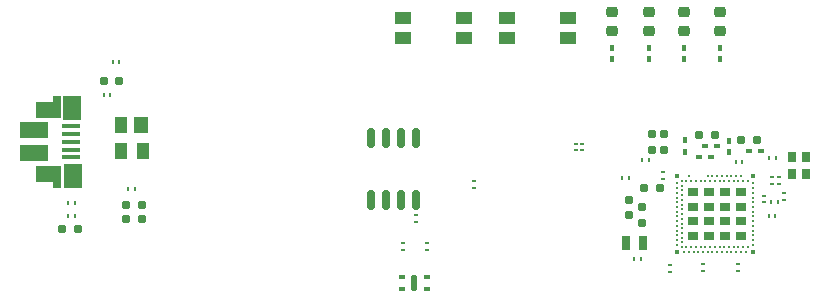
<source format=gbr>
%TF.GenerationSoftware,KiCad,Pcbnew,(6.0.0)*%
%TF.CreationDate,2022-01-14T16:11:58-08:00*%
%TF.ProjectId,nrf5340_qkaa_rev1_sensor,6e726635-3334-4305-9f71-6b61615f7265,rev?*%
%TF.SameCoordinates,Original*%
%TF.FileFunction,Paste,Top*%
%TF.FilePolarity,Positive*%
%FSLAX46Y46*%
G04 Gerber Fmt 4.6, Leading zero omitted, Abs format (unit mm)*
G04 Created by KiCad (PCBNEW (6.0.0)) date 2022-01-14 16:11:58*
%MOMM*%
%LPD*%
G01*
G04 APERTURE LIST*
G04 Aperture macros list*
%AMRoundRect*
0 Rectangle with rounded corners*
0 $1 Rounding radius*
0 $2 $3 $4 $5 $6 $7 $8 $9 X,Y pos of 4 corners*
0 Add a 4 corners polygon primitive as box body*
4,1,4,$2,$3,$4,$5,$6,$7,$8,$9,$2,$3,0*
0 Add four circle primitives for the rounded corners*
1,1,$1+$1,$2,$3*
1,1,$1+$1,$4,$5*
1,1,$1+$1,$6,$7*
1,1,$1+$1,$8,$9*
0 Add four rect primitives between the rounded corners*
20,1,$1+$1,$2,$3,$4,$5,0*
20,1,$1+$1,$4,$5,$6,$7,0*
20,1,$1+$1,$6,$7,$8,$9,0*
20,1,$1+$1,$8,$9,$2,$3,0*%
%AMFreePoly0*
4,1,6,0.425000,-0.375000,-0.425000,-0.375000,-0.425000,0.271446,-0.321446,0.375000,0.425000,0.375000,0.425000,-0.375000,0.425000,-0.375000,$1*%
G04 Aperture macros list end*
%ADD10RoundRect,0.004000X-0.096000X0.081000X-0.096000X-0.081000X0.096000X-0.081000X0.096000X0.081000X0*%
%ADD11RoundRect,0.100000X0.250000X-0.225000X0.250000X0.225000X-0.250000X0.225000X-0.250000X-0.225000X0*%
%ADD12RoundRect,0.100000X-0.225000X-0.250000X0.225000X-0.250000X0.225000X0.250000X-0.225000X0.250000X0*%
%ADD13RoundRect,0.050000X-0.150000X0.200000X-0.150000X-0.200000X0.150000X-0.200000X0.150000X0.200000X0*%
%ADD14RoundRect,0.004000X0.081000X0.096000X-0.081000X0.096000X-0.081000X-0.096000X0.081000X-0.096000X0*%
%ADD15RoundRect,0.050000X0.150000X-0.200000X0.150000X0.200000X-0.150000X0.200000X-0.150000X-0.200000X0*%
%ADD16R,0.650000X1.300000*%
%ADD17RoundRect,0.218750X-0.256250X0.218750X-0.256250X-0.218750X0.256250X-0.218750X0.256250X0.218750X0*%
%ADD18RoundRect,0.004000X0.096000X-0.081000X0.096000X0.081000X-0.096000X0.081000X-0.096000X-0.081000X0*%
%ADD19RoundRect,0.100000X-0.250000X0.225000X-0.250000X-0.225000X0.250000X-0.225000X0.250000X0.225000X0*%
%ADD20R,1.200000X1.400000*%
%ADD21R,1.000000X1.400000*%
%ADD22R,0.750000X0.850000*%
%ADD23RoundRect,0.050000X0.200000X0.150000X-0.200000X0.150000X-0.200000X-0.150000X0.200000X-0.150000X0*%
%ADD24RoundRect,0.004000X-0.081000X-0.096000X0.081000X-0.096000X0.081000X0.096000X-0.081000X0.096000X0*%
%ADD25RoundRect,0.100000X0.225000X0.250000X-0.225000X0.250000X-0.225000X-0.250000X0.225000X-0.250000X0*%
%ADD26RoundRect,0.150000X-0.150000X0.675000X-0.150000X-0.675000X0.150000X-0.675000X0.150000X0.675000X0*%
%ADD27R,1.450000X1.000000*%
%ADD28RoundRect,0.087500X0.187500X0.087500X-0.187500X0.087500X-0.187500X-0.087500X0.187500X-0.087500X0*%
%ADD29RoundRect,0.125000X-0.125000X-0.575000X0.125000X-0.575000X0.125000X0.575000X-0.125000X0.575000X0*%
%ADD30RoundRect,0.087500X-0.187500X-0.087500X0.187500X-0.087500X0.187500X0.087500X-0.187500X0.087500X0*%
%ADD31C,0.425000*%
%ADD32C,0.250000*%
%ADD33R,0.850000X0.750000*%
%ADD34FreePoly0,0.000000*%
%ADD35R,1.650000X0.400000*%
%ADD36R,2.400000X1.430000*%
%ADD37R,0.700000X1.825000*%
%ADD38R,2.000000X1.350000*%
%ADD39R,1.500000X2.000000*%
G04 APERTURE END LIST*
D10*
%TO.C,R2*%
X72700000Y-76035000D03*
X72700000Y-76605000D03*
%TD*%
%TO.C,C19*%
X73770000Y-73715000D03*
X73770000Y-74285000D03*
%TD*%
%TO.C,C10*%
X95300000Y-77905000D03*
X95300000Y-78475000D03*
%TD*%
D11*
%TO.C,C17*%
X93750000Y-68175000D03*
X93750000Y-66825000D03*
%TD*%
D10*
%TO.C,C12*%
X101100000Y-77865000D03*
X101100000Y-78435000D03*
%TD*%
D12*
%TO.C,FB1*%
X47340000Y-62350000D03*
X48690000Y-62350000D03*
%TD*%
D13*
%TO.C,R6*%
X99500000Y-59500000D03*
X99500000Y-60500000D03*
%TD*%
D12*
%TO.C,FB2*%
X49215000Y-74050000D03*
X50565000Y-74050000D03*
%TD*%
D14*
%TO.C,C9*%
X92865000Y-77380000D03*
X92295000Y-77380000D03*
%TD*%
D15*
%TO.C,C20*%
X96600000Y-68300000D03*
X96600000Y-67300000D03*
%TD*%
D16*
%TO.C,X2*%
X93035001Y-76029998D03*
X91585001Y-76029998D03*
%TD*%
D10*
%TO.C,C14*%
X103920000Y-70495000D03*
X103920000Y-71065000D03*
%TD*%
D17*
%TO.C,D3*%
X96500000Y-56482500D03*
X96500000Y-58057500D03*
%TD*%
D18*
%TO.C,C2*%
X104990000Y-72375000D03*
X104990000Y-71805000D03*
%TD*%
D17*
%TO.C,D2*%
X99500000Y-56482500D03*
X99500000Y-58057500D03*
%TD*%
D14*
%TO.C,C32*%
X48691500Y-60725000D03*
X48121500Y-60725000D03*
%TD*%
%TO.C,C30*%
X44925000Y-73750000D03*
X44355000Y-73750000D03*
%TD*%
D19*
%TO.C,L4*%
X91840000Y-72365000D03*
X91840000Y-73715000D03*
%TD*%
D10*
%TO.C,R54*%
X87880000Y-67628479D03*
X87880000Y-68198479D03*
%TD*%
D20*
%TO.C,D1*%
X50535000Y-66050000D03*
D21*
X48815000Y-66050000D03*
X48815000Y-68250000D03*
X50715000Y-68250000D03*
%TD*%
D22*
%TO.C,X1*%
X106795000Y-70200000D03*
X105645000Y-70200000D03*
X105645000Y-68800000D03*
X106795000Y-68800000D03*
%TD*%
D23*
%TO.C,C3*%
X103010000Y-68260000D03*
X102010000Y-68260000D03*
%TD*%
D24*
%TO.C,C15*%
X103705000Y-68840000D03*
X104275000Y-68840000D03*
%TD*%
D25*
%TO.C,L3*%
X99085000Y-66890000D03*
X97735000Y-66890000D03*
%TD*%
D14*
%TO.C,R55*%
X44925000Y-72700000D03*
X44355000Y-72700000D03*
%TD*%
D13*
%TO.C,R8*%
X93500000Y-59500000D03*
X93500000Y-60500000D03*
%TD*%
D15*
%TO.C,C16*%
X100300000Y-68375000D03*
X100300000Y-67375000D03*
%TD*%
D24*
%TO.C,C31*%
X49455000Y-71475000D03*
X50025000Y-71475000D03*
%TD*%
D25*
%TO.C,FB3*%
X45165000Y-74850000D03*
X43815000Y-74850000D03*
%TD*%
D26*
%TO.C,U2*%
X73770000Y-67120000D03*
X72500000Y-67120000D03*
X71230000Y-67120000D03*
X69960000Y-67120000D03*
X69960000Y-72370000D03*
X71230000Y-72370000D03*
X72500000Y-72370000D03*
X73770000Y-72370000D03*
%TD*%
D10*
%TO.C,R3*%
X74700000Y-76035000D03*
X74700000Y-76605000D03*
%TD*%
D25*
%TO.C,L2*%
X102675000Y-67310000D03*
X101325000Y-67310000D03*
%TD*%
D10*
%TO.C,C11*%
X98110000Y-77865000D03*
X98110000Y-78435000D03*
%TD*%
D11*
%TO.C,C18*%
X94825000Y-68175000D03*
X94825000Y-66825000D03*
%TD*%
D12*
%TO.C,C34*%
X49215000Y-72825000D03*
X50565000Y-72825000D03*
%TD*%
D25*
%TO.C,C22*%
X94450000Y-71410000D03*
X93100000Y-71410000D03*
%TD*%
D27*
%TO.C,SW1*%
X81525000Y-56990000D03*
X86675000Y-56990000D03*
X86675000Y-58690000D03*
X81525000Y-58690000D03*
%TD*%
D17*
%TO.C,D5*%
X90430000Y-56482500D03*
X90430000Y-58057500D03*
%TD*%
D18*
%TO.C,C1*%
X103250000Y-72600000D03*
X103250000Y-72030000D03*
%TD*%
D28*
%TO.C,U4*%
X74695000Y-78900000D03*
X74695000Y-79900000D03*
D29*
X73670000Y-79400000D03*
D30*
X72645000Y-78900000D03*
X72645000Y-79900000D03*
%TD*%
D23*
%TO.C,C7*%
X98800000Y-68770000D03*
X97800000Y-68770000D03*
%TD*%
D10*
%TO.C,R53*%
X87320000Y-67628479D03*
X87320000Y-68198479D03*
%TD*%
D24*
%TO.C,C6*%
X100855000Y-69210000D03*
X101425000Y-69210000D03*
%TD*%
%TO.C,L1*%
X103835000Y-72600000D03*
X104405000Y-72600000D03*
%TD*%
D18*
%TO.C,C8*%
X94680000Y-70605000D03*
X94680000Y-70035000D03*
%TD*%
D13*
%TO.C,R7*%
X96500000Y-59500000D03*
X96500000Y-60500000D03*
%TD*%
D24*
%TO.C,R1*%
X92915000Y-69000000D03*
X93485000Y-69000000D03*
%TD*%
D13*
%TO.C,R9*%
X90420000Y-59500000D03*
X90420000Y-60500000D03*
%TD*%
D24*
%TO.C,R4*%
X91265000Y-70520000D03*
X91835000Y-70520000D03*
%TD*%
D11*
%TO.C,C21*%
X92930000Y-74325000D03*
X92930000Y-72975000D03*
%TD*%
D10*
%TO.C,R5*%
X78750000Y-70815000D03*
X78750000Y-71385000D03*
%TD*%
D24*
%TO.C,C13*%
X103645000Y-73790000D03*
X104215000Y-73790000D03*
%TD*%
%TO.C,C33*%
X47342000Y-63475000D03*
X47912000Y-63475000D03*
%TD*%
D27*
%TO.C,SW2*%
X77875000Y-56990000D03*
X72725000Y-56990000D03*
X72725000Y-58690000D03*
X77875000Y-58690000D03*
%TD*%
D31*
%TO.C,U1*%
X95900000Y-70400000D03*
D32*
X96900000Y-70400000D03*
X98500000Y-70400000D03*
X98900000Y-70400000D03*
X99300000Y-70400000D03*
X99700000Y-70400000D03*
X100100000Y-70400000D03*
X100500000Y-70400000D03*
X100900000Y-70400000D03*
X101300000Y-70400000D03*
D31*
X102300000Y-70400000D03*
D32*
X95900000Y-74600000D03*
X102300000Y-74600000D03*
X96300000Y-74800000D03*
X95900000Y-75000000D03*
X102300000Y-75000000D03*
X96300000Y-75200000D03*
X95900000Y-75400000D03*
X102300000Y-75400000D03*
X96300000Y-75600000D03*
X95900000Y-75800000D03*
X102300000Y-75800000D03*
X96300000Y-76000000D03*
X95900000Y-76200000D03*
X102300000Y-76200000D03*
X96300000Y-76400000D03*
X96700000Y-76400000D03*
X97100000Y-76400000D03*
X97500000Y-76400000D03*
X97900000Y-76400000D03*
X98300000Y-76400000D03*
X98700000Y-76400000D03*
X99100000Y-76400000D03*
X99500000Y-76400000D03*
X99900000Y-76400000D03*
X100300000Y-76400000D03*
X100700000Y-76400000D03*
X101100000Y-76400000D03*
X101500000Y-76400000D03*
X101900000Y-76400000D03*
D31*
X95900000Y-76800000D03*
D32*
X96500000Y-76800000D03*
X96900000Y-76800000D03*
X97300000Y-76800000D03*
X97700000Y-76800000D03*
X98100000Y-76800000D03*
X98500000Y-76800000D03*
X98900000Y-76800000D03*
X99300000Y-76800000D03*
X99700000Y-76800000D03*
X100100000Y-76800000D03*
X100500000Y-76800000D03*
X100900000Y-76800000D03*
X101300000Y-76800000D03*
X101700000Y-76800000D03*
D31*
X102300000Y-76800000D03*
D32*
X96300000Y-70800000D03*
X96700000Y-70800000D03*
X97100000Y-70800000D03*
X97500000Y-70800000D03*
X97900000Y-70800000D03*
X98300000Y-70800000D03*
X98700000Y-70800000D03*
X99100000Y-70800000D03*
X99500000Y-70800000D03*
X99900000Y-70800000D03*
X100300000Y-70800000D03*
X100700000Y-70800000D03*
X101100000Y-70800000D03*
X101500000Y-70800000D03*
X101900000Y-70800000D03*
X95900000Y-71000000D03*
X102300000Y-71000000D03*
X96300000Y-71200000D03*
X95900000Y-71400000D03*
X102300000Y-71400000D03*
X96300000Y-71600000D03*
X95900000Y-71800000D03*
X102300000Y-71800000D03*
X96300000Y-72000000D03*
X95900000Y-72200000D03*
X102300000Y-72200000D03*
X96300000Y-72400000D03*
X95900000Y-72600000D03*
X102300000Y-72600000D03*
X96300000Y-72800000D03*
X95900000Y-73000000D03*
X102300000Y-73000000D03*
X96300000Y-73200000D03*
D33*
X99975000Y-72975000D03*
X97275000Y-74225000D03*
X101325000Y-75475000D03*
D34*
X97275000Y-71725000D03*
D33*
X99975000Y-74225000D03*
X98625000Y-71725000D03*
X98625000Y-72975000D03*
X99975000Y-75475000D03*
X101325000Y-74225000D03*
X99975000Y-71725000D03*
X98625000Y-74225000D03*
X97275000Y-75475000D03*
X97275000Y-72975000D03*
X101325000Y-71725000D03*
X101325000Y-72975000D03*
X98625000Y-75475000D03*
D32*
X95900000Y-73400000D03*
X102300000Y-73400000D03*
X96300000Y-73600000D03*
X95900000Y-73800000D03*
X102300000Y-73800000D03*
X96300000Y-74000000D03*
X95900000Y-74200000D03*
X102300000Y-74200000D03*
X96300000Y-74400000D03*
%TD*%
D18*
%TO.C,C4*%
X104500000Y-71060000D03*
X104500000Y-70490000D03*
%TD*%
D23*
%TO.C,C5*%
X99300000Y-67825000D03*
X98300000Y-67825000D03*
%TD*%
D17*
%TO.C,D4*%
X93500000Y-56482500D03*
X93500000Y-58057500D03*
%TD*%
D35*
%TO.C,USB1*%
X44600000Y-66180000D03*
X44600000Y-66830000D03*
X44600000Y-67480000D03*
X44600000Y-68130000D03*
X44600000Y-68780000D03*
D36*
X41450000Y-68440000D03*
D37*
X43400000Y-70480000D03*
D36*
X41450000Y-66520000D03*
D38*
X42650000Y-64750000D03*
X42650000Y-70230000D03*
D39*
X44700000Y-64630000D03*
X44720000Y-70380000D03*
D37*
X43400000Y-64530000D03*
%TD*%
M02*

</source>
